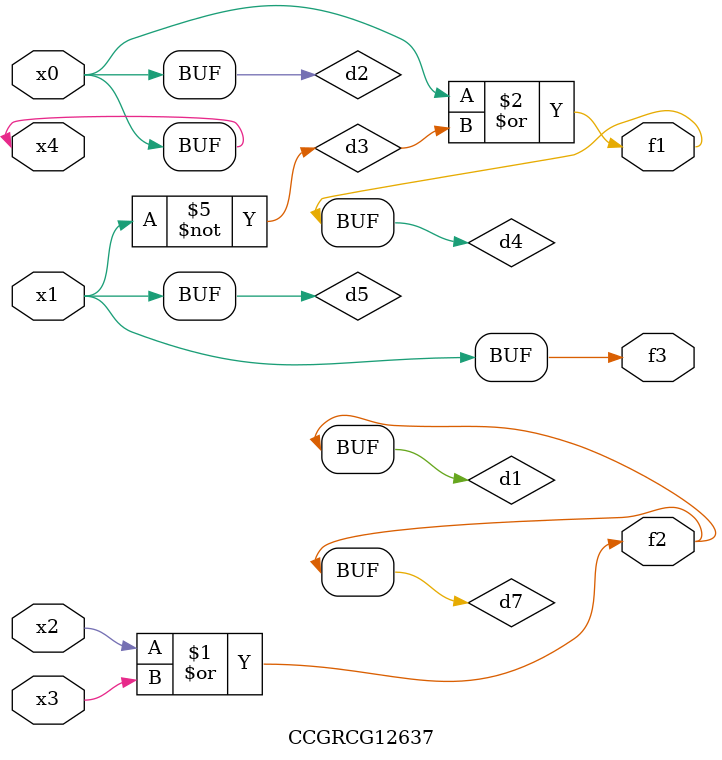
<source format=v>
module CCGRCG12637(
	input x0, x1, x2, x3, x4,
	output f1, f2, f3
);

	wire d1, d2, d3, d4, d5, d6, d7;

	or (d1, x2, x3);
	buf (d2, x0, x4);
	not (d3, x1);
	or (d4, d2, d3);
	not (d5, d3);
	nand (d6, d1, d3);
	or (d7, d1);
	assign f1 = d4;
	assign f2 = d7;
	assign f3 = d5;
endmodule

</source>
